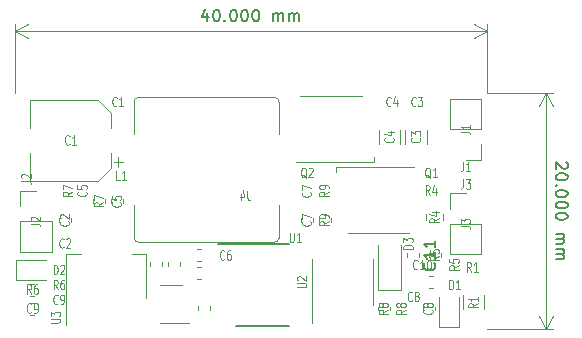
<source format=gbr>
G04 #@! TF.GenerationSoftware,KiCad,Pcbnew,(5.1.2)-2*
G04 #@! TF.CreationDate,2021-10-19T00:11:07+01:00*
G04 #@! TF.ProjectId,HVDCDC,48564443-4443-42e6-9b69-6361645f7063,rev?*
G04 #@! TF.SameCoordinates,Original*
G04 #@! TF.FileFunction,Legend,Top*
G04 #@! TF.FilePolarity,Positive*
%FSLAX46Y46*%
G04 Gerber Fmt 4.6, Leading zero omitted, Abs format (unit mm)*
G04 Created by KiCad (PCBNEW (5.1.2)-2) date 2021-10-19 00:11:07*
%MOMM*%
%LPD*%
G04 APERTURE LIST*
%ADD10C,0.150000*%
%ADD11C,0.120000*%
G04 APERTURE END LIST*
D10*
X158722380Y-65857142D02*
X158770000Y-65904761D01*
X158817619Y-66000000D01*
X158817619Y-66238095D01*
X158770000Y-66333333D01*
X158722380Y-66380952D01*
X158627142Y-66428571D01*
X158531904Y-66428571D01*
X158389047Y-66380952D01*
X157817619Y-65809523D01*
X157817619Y-66428571D01*
X158817619Y-67047619D02*
X158817619Y-67142857D01*
X158770000Y-67238095D01*
X158722380Y-67285714D01*
X158627142Y-67333333D01*
X158436666Y-67380952D01*
X158198571Y-67380952D01*
X158008095Y-67333333D01*
X157912857Y-67285714D01*
X157865238Y-67238095D01*
X157817619Y-67142857D01*
X157817619Y-67047619D01*
X157865238Y-66952380D01*
X157912857Y-66904761D01*
X158008095Y-66857142D01*
X158198571Y-66809523D01*
X158436666Y-66809523D01*
X158627142Y-66857142D01*
X158722380Y-66904761D01*
X158770000Y-66952380D01*
X158817619Y-67047619D01*
X157912857Y-67809523D02*
X157865238Y-67857142D01*
X157817619Y-67809523D01*
X157865238Y-67761904D01*
X157912857Y-67809523D01*
X157817619Y-67809523D01*
X158817619Y-68476190D02*
X158817619Y-68571428D01*
X158770000Y-68666666D01*
X158722380Y-68714285D01*
X158627142Y-68761904D01*
X158436666Y-68809523D01*
X158198571Y-68809523D01*
X158008095Y-68761904D01*
X157912857Y-68714285D01*
X157865238Y-68666666D01*
X157817619Y-68571428D01*
X157817619Y-68476190D01*
X157865238Y-68380952D01*
X157912857Y-68333333D01*
X158008095Y-68285714D01*
X158198571Y-68238095D01*
X158436666Y-68238095D01*
X158627142Y-68285714D01*
X158722380Y-68333333D01*
X158770000Y-68380952D01*
X158817619Y-68476190D01*
X158817619Y-69428571D02*
X158817619Y-69523809D01*
X158770000Y-69619047D01*
X158722380Y-69666666D01*
X158627142Y-69714285D01*
X158436666Y-69761904D01*
X158198571Y-69761904D01*
X158008095Y-69714285D01*
X157912857Y-69666666D01*
X157865238Y-69619047D01*
X157817619Y-69523809D01*
X157817619Y-69428571D01*
X157865238Y-69333333D01*
X157912857Y-69285714D01*
X158008095Y-69238095D01*
X158198571Y-69190476D01*
X158436666Y-69190476D01*
X158627142Y-69238095D01*
X158722380Y-69285714D01*
X158770000Y-69333333D01*
X158817619Y-69428571D01*
X158817619Y-70380952D02*
X158817619Y-70476190D01*
X158770000Y-70571428D01*
X158722380Y-70619047D01*
X158627142Y-70666666D01*
X158436666Y-70714285D01*
X158198571Y-70714285D01*
X158008095Y-70666666D01*
X157912857Y-70619047D01*
X157865238Y-70571428D01*
X157817619Y-70476190D01*
X157817619Y-70380952D01*
X157865238Y-70285714D01*
X157912857Y-70238095D01*
X158008095Y-70190476D01*
X158198571Y-70142857D01*
X158436666Y-70142857D01*
X158627142Y-70190476D01*
X158722380Y-70238095D01*
X158770000Y-70285714D01*
X158817619Y-70380952D01*
X157817619Y-71904761D02*
X158484285Y-71904761D01*
X158389047Y-71904761D02*
X158436666Y-71952380D01*
X158484285Y-72047619D01*
X158484285Y-72190476D01*
X158436666Y-72285714D01*
X158341428Y-72333333D01*
X157817619Y-72333333D01*
X158341428Y-72333333D02*
X158436666Y-72380952D01*
X158484285Y-72476190D01*
X158484285Y-72619047D01*
X158436666Y-72714285D01*
X158341428Y-72761904D01*
X157817619Y-72761904D01*
X157817619Y-73238095D02*
X158484285Y-73238095D01*
X158389047Y-73238095D02*
X158436666Y-73285714D01*
X158484285Y-73380952D01*
X158484285Y-73523809D01*
X158436666Y-73619047D01*
X158341428Y-73666666D01*
X157817619Y-73666666D01*
X158341428Y-73666666D02*
X158436666Y-73714285D01*
X158484285Y-73809523D01*
X158484285Y-73952380D01*
X158436666Y-74047619D01*
X158341428Y-74095238D01*
X157817619Y-74095238D01*
D11*
X157000000Y-60000000D02*
X157000000Y-80000000D01*
X152000000Y-60000000D02*
X157586421Y-60000000D01*
X152000000Y-80000000D02*
X157586421Y-80000000D01*
X157000000Y-80000000D02*
X156413579Y-78873496D01*
X157000000Y-80000000D02*
X157586421Y-78873496D01*
X157000000Y-60000000D02*
X156413579Y-61126504D01*
X157000000Y-60000000D02*
X157586421Y-61126504D01*
D10*
X128333333Y-53265714D02*
X128333333Y-53932380D01*
X128095238Y-52884761D02*
X127857142Y-53599047D01*
X128476190Y-53599047D01*
X129047619Y-52932380D02*
X129142857Y-52932380D01*
X129238095Y-52980000D01*
X129285714Y-53027619D01*
X129333333Y-53122857D01*
X129380952Y-53313333D01*
X129380952Y-53551428D01*
X129333333Y-53741904D01*
X129285714Y-53837142D01*
X129238095Y-53884761D01*
X129142857Y-53932380D01*
X129047619Y-53932380D01*
X128952380Y-53884761D01*
X128904761Y-53837142D01*
X128857142Y-53741904D01*
X128809523Y-53551428D01*
X128809523Y-53313333D01*
X128857142Y-53122857D01*
X128904761Y-53027619D01*
X128952380Y-52980000D01*
X129047619Y-52932380D01*
X129809523Y-53837142D02*
X129857142Y-53884761D01*
X129809523Y-53932380D01*
X129761904Y-53884761D01*
X129809523Y-53837142D01*
X129809523Y-53932380D01*
X130476190Y-52932380D02*
X130571428Y-52932380D01*
X130666666Y-52980000D01*
X130714285Y-53027619D01*
X130761904Y-53122857D01*
X130809523Y-53313333D01*
X130809523Y-53551428D01*
X130761904Y-53741904D01*
X130714285Y-53837142D01*
X130666666Y-53884761D01*
X130571428Y-53932380D01*
X130476190Y-53932380D01*
X130380952Y-53884761D01*
X130333333Y-53837142D01*
X130285714Y-53741904D01*
X130238095Y-53551428D01*
X130238095Y-53313333D01*
X130285714Y-53122857D01*
X130333333Y-53027619D01*
X130380952Y-52980000D01*
X130476190Y-52932380D01*
X131428571Y-52932380D02*
X131523809Y-52932380D01*
X131619047Y-52980000D01*
X131666666Y-53027619D01*
X131714285Y-53122857D01*
X131761904Y-53313333D01*
X131761904Y-53551428D01*
X131714285Y-53741904D01*
X131666666Y-53837142D01*
X131619047Y-53884761D01*
X131523809Y-53932380D01*
X131428571Y-53932380D01*
X131333333Y-53884761D01*
X131285714Y-53837142D01*
X131238095Y-53741904D01*
X131190476Y-53551428D01*
X131190476Y-53313333D01*
X131238095Y-53122857D01*
X131285714Y-53027619D01*
X131333333Y-52980000D01*
X131428571Y-52932380D01*
X132380952Y-52932380D02*
X132476190Y-52932380D01*
X132571428Y-52980000D01*
X132619047Y-53027619D01*
X132666666Y-53122857D01*
X132714285Y-53313333D01*
X132714285Y-53551428D01*
X132666666Y-53741904D01*
X132619047Y-53837142D01*
X132571428Y-53884761D01*
X132476190Y-53932380D01*
X132380952Y-53932380D01*
X132285714Y-53884761D01*
X132238095Y-53837142D01*
X132190476Y-53741904D01*
X132142857Y-53551428D01*
X132142857Y-53313333D01*
X132190476Y-53122857D01*
X132238095Y-53027619D01*
X132285714Y-52980000D01*
X132380952Y-52932380D01*
X133904761Y-53932380D02*
X133904761Y-53265714D01*
X133904761Y-53360952D02*
X133952380Y-53313333D01*
X134047619Y-53265714D01*
X134190476Y-53265714D01*
X134285714Y-53313333D01*
X134333333Y-53408571D01*
X134333333Y-53932380D01*
X134333333Y-53408571D02*
X134380952Y-53313333D01*
X134476190Y-53265714D01*
X134619047Y-53265714D01*
X134714285Y-53313333D01*
X134761904Y-53408571D01*
X134761904Y-53932380D01*
X135238095Y-53932380D02*
X135238095Y-53265714D01*
X135238095Y-53360952D02*
X135285714Y-53313333D01*
X135380952Y-53265714D01*
X135523809Y-53265714D01*
X135619047Y-53313333D01*
X135666666Y-53408571D01*
X135666666Y-53932380D01*
X135666666Y-53408571D02*
X135714285Y-53313333D01*
X135809523Y-53265714D01*
X135952380Y-53265714D01*
X136047619Y-53313333D01*
X136095238Y-53408571D01*
X136095238Y-53932380D01*
D11*
X112000000Y-54750000D02*
X152000000Y-54750000D01*
X112000000Y-60000000D02*
X112000000Y-54163579D01*
X152000000Y-60000000D02*
X152000000Y-54163579D01*
X152000000Y-54750000D02*
X150873496Y-55336421D01*
X152000000Y-54750000D02*
X150873496Y-54163579D01*
X112000000Y-54750000D02*
X113126504Y-55336421D01*
X112000000Y-54750000D02*
X113126504Y-54163579D01*
X127490000Y-78037221D02*
X127490000Y-78362779D01*
X128510000Y-78037221D02*
X128510000Y-78362779D01*
X127762779Y-74740000D02*
X127437221Y-74740000D01*
X127762779Y-75760000D02*
X127437221Y-75760000D01*
X145240000Y-73587221D02*
X145240000Y-73912779D01*
X146260000Y-73587221D02*
X146260000Y-73912779D01*
X147087221Y-76510000D02*
X147412779Y-76510000D01*
X147087221Y-75490000D02*
X147412779Y-75490000D01*
X113662779Y-77740000D02*
X113337221Y-77740000D01*
X113662779Y-78760000D02*
X113337221Y-78760000D01*
X127762779Y-73240000D02*
X127437221Y-73240000D01*
X127762779Y-74260000D02*
X127437221Y-74260000D01*
X138760000Y-70912779D02*
X138760000Y-70587221D01*
X137740000Y-70912779D02*
X137740000Y-70587221D01*
X143760000Y-78412779D02*
X143760000Y-78087221D01*
X142740000Y-78412779D02*
X142740000Y-78087221D01*
X142750000Y-76700000D02*
X142750000Y-72850000D01*
X144750000Y-76700000D02*
X144750000Y-72850000D01*
X142750000Y-76700000D02*
X144750000Y-76700000D01*
X118640000Y-68987221D02*
X118640000Y-69312779D01*
X119660000Y-68987221D02*
X119660000Y-69312779D01*
X113337221Y-77160000D02*
X113662779Y-77160000D01*
X113337221Y-76140000D02*
X113662779Y-76140000D01*
X112150000Y-74100000D02*
X114700000Y-74100000D01*
X112150000Y-75800000D02*
X114700000Y-75800000D01*
X112150000Y-74100000D02*
X112150000Y-75800000D01*
X120140000Y-68987221D02*
X120140000Y-69312779D01*
X121160000Y-68987221D02*
X121160000Y-69312779D01*
X115740000Y-70587221D02*
X115740000Y-70912779D01*
X116760000Y-70587221D02*
X116760000Y-70912779D01*
X147560000Y-78412779D02*
X147560000Y-78087221D01*
X146540000Y-78412779D02*
X146540000Y-78087221D01*
X137260000Y-70912779D02*
X137260000Y-70587221D01*
X136240000Y-70912779D02*
X136240000Y-70587221D01*
X147900000Y-79850000D02*
X147900000Y-77300000D01*
X149600000Y-79850000D02*
X149600000Y-77300000D01*
X147900000Y-79850000D02*
X149600000Y-79850000D01*
X148870000Y-68470000D02*
X150200000Y-68470000D01*
X148870000Y-69800000D02*
X148870000Y-68470000D01*
X148870000Y-71070000D02*
X151530000Y-71070000D01*
X151530000Y-71070000D02*
X151530000Y-73670000D01*
X148870000Y-71070000D02*
X148870000Y-73670000D01*
X148870000Y-73670000D02*
X151530000Y-73670000D01*
X112470000Y-68270000D02*
X113800000Y-68270000D01*
X112470000Y-69600000D02*
X112470000Y-68270000D01*
X112470000Y-70870000D02*
X115130000Y-70870000D01*
X115130000Y-70870000D02*
X115130000Y-73470000D01*
X112470000Y-70870000D02*
X112470000Y-73470000D01*
X112470000Y-73470000D02*
X115130000Y-73470000D01*
X151530000Y-65680000D02*
X150200000Y-65680000D01*
X151530000Y-64350000D02*
X151530000Y-65680000D01*
X151530000Y-63080000D02*
X148870000Y-63080000D01*
X148870000Y-63080000D02*
X148870000Y-60480000D01*
X151530000Y-63080000D02*
X151530000Y-60480000D01*
X151530000Y-60480000D02*
X148870000Y-60480000D01*
X148110000Y-73862779D02*
X148110000Y-73537221D01*
X147090000Y-73862779D02*
X147090000Y-73537221D01*
X137190000Y-76000000D02*
X137190000Y-79450000D01*
X137190000Y-76000000D02*
X137190000Y-74050000D01*
X142310000Y-76000000D02*
X142310000Y-77950000D01*
X142310000Y-76000000D02*
X142310000Y-74050000D01*
X146840000Y-70241422D02*
X146840000Y-70758578D01*
X148260000Y-70241422D02*
X148260000Y-70758578D01*
X123490000Y-74337221D02*
X123490000Y-74662779D01*
X124510000Y-74337221D02*
X124510000Y-74662779D01*
X126010000Y-74662779D02*
X126010000Y-74337221D01*
X124990000Y-74662779D02*
X124990000Y-74337221D01*
X149940000Y-77097936D02*
X149940000Y-78302064D01*
X151760000Y-77097936D02*
X151760000Y-78302064D01*
X144660000Y-64302064D02*
X144660000Y-63097936D01*
X142840000Y-64302064D02*
X142840000Y-63097936D01*
X124350000Y-79510000D02*
X126800000Y-79510000D01*
X126150000Y-76290000D02*
X124350000Y-76290000D01*
D10*
X129250000Y-72800000D02*
X135225000Y-72800000D01*
X130775000Y-79700000D02*
X135225000Y-79700000D01*
D11*
X116340000Y-79600000D02*
X116340000Y-73590000D01*
X123160000Y-77350000D02*
X123160000Y-73590000D01*
X116340000Y-73590000D02*
X117600000Y-73590000D01*
X123160000Y-73590000D02*
X121900000Y-73590000D01*
X120793750Y-66241250D02*
X120793750Y-65453750D01*
X121187500Y-65847500D02*
X120400000Y-65847500D01*
X120160000Y-61654437D02*
X119095563Y-60590000D01*
X120160000Y-66345563D02*
X119095563Y-67410000D01*
X120160000Y-66345563D02*
X120160000Y-65060000D01*
X120160000Y-61654437D02*
X120160000Y-62940000D01*
X119095563Y-60590000D02*
X113340000Y-60590000D01*
X119095563Y-67410000D02*
X113340000Y-67410000D01*
X113340000Y-67410000D02*
X113340000Y-65060000D01*
X113340000Y-60590000D02*
X113340000Y-62940000D01*
X146910000Y-64302064D02*
X146910000Y-63097936D01*
X145090000Y-64302064D02*
X145090000Y-63097936D01*
X122500000Y-72650000D02*
G75*
G02X122100000Y-72250000I0J400000D01*
G01*
X122100000Y-60750000D02*
G75*
G02X122500000Y-60350000I400000J0D01*
G01*
X134000000Y-60350000D02*
G75*
G02X134400000Y-60750000I0J-400000D01*
G01*
X134400000Y-72250000D02*
G75*
G02X134000000Y-72650000I-400000J0D01*
G01*
X122100000Y-63500000D02*
X122100000Y-60750000D01*
X134400000Y-63500000D02*
X134400000Y-60750000D01*
X122100000Y-72250000D02*
X122100000Y-69500000D01*
X122500000Y-60350000D02*
X134000000Y-60350000D01*
X134400000Y-72250000D02*
X134400000Y-69500000D01*
X134000000Y-72650000D02*
X122500000Y-72650000D01*
X136200000Y-60250000D02*
X141400000Y-60250000D01*
X135800000Y-65850000D02*
X142400000Y-65850000D01*
X142400000Y-65850000D02*
X142400000Y-65450000D01*
X145400000Y-71850000D02*
X140200000Y-71850000D01*
X145800000Y-66250000D02*
X139200000Y-66250000D01*
X139200000Y-66250000D02*
X139200000Y-66650000D01*
D10*
X147537142Y-74392857D02*
X147584761Y-74440476D01*
X147632380Y-74583333D01*
X147632380Y-74678571D01*
X147584761Y-74821428D01*
X147489523Y-74916666D01*
X147394285Y-74964285D01*
X147203809Y-75011904D01*
X147060952Y-75011904D01*
X146870476Y-74964285D01*
X146775238Y-74916666D01*
X146680000Y-74821428D01*
X146632380Y-74678571D01*
X146632380Y-74583333D01*
X146680000Y-74440476D01*
X146727619Y-74392857D01*
X147632380Y-73440476D02*
X147632380Y-74011904D01*
X147632380Y-73726190D02*
X146632380Y-73726190D01*
X146775238Y-73821428D01*
X146870476Y-73916666D01*
X146918095Y-74011904D01*
X147632380Y-72488095D02*
X147632380Y-73059523D01*
X147632380Y-72773809D02*
X146632380Y-72773809D01*
X146775238Y-72869047D01*
X146870476Y-72964285D01*
X146918095Y-73059523D01*
D11*
X146114285Y-74855714D02*
X146085714Y-74893809D01*
X146000000Y-74931904D01*
X145942857Y-74931904D01*
X145857142Y-74893809D01*
X145800000Y-74817619D01*
X145771428Y-74741428D01*
X145742857Y-74589047D01*
X145742857Y-74474761D01*
X145771428Y-74322380D01*
X145800000Y-74246190D01*
X145857142Y-74170000D01*
X145942857Y-74131904D01*
X146000000Y-74131904D01*
X146085714Y-74170000D01*
X146114285Y-74208095D01*
X146685714Y-74931904D02*
X146342857Y-74931904D01*
X146514285Y-74931904D02*
X146514285Y-74131904D01*
X146457142Y-74246190D01*
X146400000Y-74322380D01*
X146342857Y-74360476D01*
X147057142Y-74131904D02*
X147114285Y-74131904D01*
X147171428Y-74170000D01*
X147200000Y-74208095D01*
X147228571Y-74284285D01*
X147257142Y-74436666D01*
X147257142Y-74627142D01*
X147228571Y-74779523D01*
X147200000Y-74855714D01*
X147171428Y-74893809D01*
X147114285Y-74931904D01*
X147057142Y-74931904D01*
X147000000Y-74893809D01*
X146971428Y-74855714D01*
X146942857Y-74779523D01*
X146914285Y-74627142D01*
X146914285Y-74436666D01*
X146942857Y-74284285D01*
X146971428Y-74208095D01*
X147000000Y-74170000D01*
X147057142Y-74131904D01*
X115650000Y-77785714D02*
X115621428Y-77823809D01*
X115535714Y-77861904D01*
X115478571Y-77861904D01*
X115392857Y-77823809D01*
X115335714Y-77747619D01*
X115307142Y-77671428D01*
X115278571Y-77519047D01*
X115278571Y-77404761D01*
X115307142Y-77252380D01*
X115335714Y-77176190D01*
X115392857Y-77100000D01*
X115478571Y-77061904D01*
X115535714Y-77061904D01*
X115621428Y-77100000D01*
X115650000Y-77138095D01*
X115935714Y-77861904D02*
X116050000Y-77861904D01*
X116107142Y-77823809D01*
X116135714Y-77785714D01*
X116192857Y-77671428D01*
X116221428Y-77519047D01*
X116221428Y-77214285D01*
X116192857Y-77138095D01*
X116164285Y-77100000D01*
X116107142Y-77061904D01*
X115992857Y-77061904D01*
X115935714Y-77100000D01*
X115907142Y-77138095D01*
X115878571Y-77214285D01*
X115878571Y-77404761D01*
X115907142Y-77480952D01*
X115935714Y-77519047D01*
X115992857Y-77557142D01*
X116107142Y-77557142D01*
X116164285Y-77519047D01*
X116192857Y-77480952D01*
X116221428Y-77404761D01*
X113400000Y-78535714D02*
X113371428Y-78573809D01*
X113285714Y-78611904D01*
X113228571Y-78611904D01*
X113142857Y-78573809D01*
X113085714Y-78497619D01*
X113057142Y-78421428D01*
X113028571Y-78269047D01*
X113028571Y-78154761D01*
X113057142Y-78002380D01*
X113085714Y-77926190D01*
X113142857Y-77850000D01*
X113228571Y-77811904D01*
X113285714Y-77811904D01*
X113371428Y-77850000D01*
X113400000Y-77888095D01*
X113685714Y-78611904D02*
X113800000Y-78611904D01*
X113857142Y-78573809D01*
X113885714Y-78535714D01*
X113942857Y-78421428D01*
X113971428Y-78269047D01*
X113971428Y-77964285D01*
X113942857Y-77888095D01*
X113914285Y-77850000D01*
X113857142Y-77811904D01*
X113742857Y-77811904D01*
X113685714Y-77850000D01*
X113657142Y-77888095D01*
X113628571Y-77964285D01*
X113628571Y-78154761D01*
X113657142Y-78230952D01*
X113685714Y-78269047D01*
X113742857Y-78307142D01*
X113857142Y-78307142D01*
X113914285Y-78269047D01*
X113942857Y-78230952D01*
X113971428Y-78154761D01*
X129750000Y-74035714D02*
X129721428Y-74073809D01*
X129635714Y-74111904D01*
X129578571Y-74111904D01*
X129492857Y-74073809D01*
X129435714Y-73997619D01*
X129407142Y-73921428D01*
X129378571Y-73769047D01*
X129378571Y-73654761D01*
X129407142Y-73502380D01*
X129435714Y-73426190D01*
X129492857Y-73350000D01*
X129578571Y-73311904D01*
X129635714Y-73311904D01*
X129721428Y-73350000D01*
X129750000Y-73388095D01*
X130264285Y-73311904D02*
X130150000Y-73311904D01*
X130092857Y-73350000D01*
X130064285Y-73388095D01*
X130007142Y-73502380D01*
X129978571Y-73654761D01*
X129978571Y-73959523D01*
X130007142Y-74035714D01*
X130035714Y-74073809D01*
X130092857Y-74111904D01*
X130207142Y-74111904D01*
X130264285Y-74073809D01*
X130292857Y-74035714D01*
X130321428Y-73959523D01*
X130321428Y-73769047D01*
X130292857Y-73692857D01*
X130264285Y-73654761D01*
X130207142Y-73616666D01*
X130092857Y-73616666D01*
X130035714Y-73654761D01*
X130007142Y-73692857D01*
X129978571Y-73769047D01*
X138611904Y-68350000D02*
X138230952Y-68550000D01*
X138611904Y-68692857D02*
X137811904Y-68692857D01*
X137811904Y-68464285D01*
X137850000Y-68407142D01*
X137888095Y-68378571D01*
X137964285Y-68350000D01*
X138078571Y-68350000D01*
X138154761Y-68378571D01*
X138192857Y-68407142D01*
X138230952Y-68464285D01*
X138230952Y-68692857D01*
X138611904Y-68064285D02*
X138611904Y-67950000D01*
X138573809Y-67892857D01*
X138535714Y-67864285D01*
X138421428Y-67807142D01*
X138269047Y-67778571D01*
X137964285Y-67778571D01*
X137888095Y-67807142D01*
X137850000Y-67835714D01*
X137811904Y-67892857D01*
X137811904Y-68007142D01*
X137850000Y-68064285D01*
X137888095Y-68092857D01*
X137964285Y-68121428D01*
X138154761Y-68121428D01*
X138230952Y-68092857D01*
X138269047Y-68064285D01*
X138307142Y-68007142D01*
X138307142Y-67892857D01*
X138269047Y-67835714D01*
X138230952Y-67807142D01*
X138154761Y-67778571D01*
X138611904Y-70850000D02*
X138230952Y-71050000D01*
X138611904Y-71192857D02*
X137811904Y-71192857D01*
X137811904Y-70964285D01*
X137850000Y-70907142D01*
X137888095Y-70878571D01*
X137964285Y-70850000D01*
X138078571Y-70850000D01*
X138154761Y-70878571D01*
X138192857Y-70907142D01*
X138230952Y-70964285D01*
X138230952Y-71192857D01*
X138611904Y-70564285D02*
X138611904Y-70450000D01*
X138573809Y-70392857D01*
X138535714Y-70364285D01*
X138421428Y-70307142D01*
X138269047Y-70278571D01*
X137964285Y-70278571D01*
X137888095Y-70307142D01*
X137850000Y-70335714D01*
X137811904Y-70392857D01*
X137811904Y-70507142D01*
X137850000Y-70564285D01*
X137888095Y-70592857D01*
X137964285Y-70621428D01*
X138154761Y-70621428D01*
X138230952Y-70592857D01*
X138269047Y-70564285D01*
X138307142Y-70507142D01*
X138307142Y-70392857D01*
X138269047Y-70335714D01*
X138230952Y-70307142D01*
X138154761Y-70278571D01*
X145111904Y-78350000D02*
X144730952Y-78550000D01*
X145111904Y-78692857D02*
X144311904Y-78692857D01*
X144311904Y-78464285D01*
X144350000Y-78407142D01*
X144388095Y-78378571D01*
X144464285Y-78350000D01*
X144578571Y-78350000D01*
X144654761Y-78378571D01*
X144692857Y-78407142D01*
X144730952Y-78464285D01*
X144730952Y-78692857D01*
X144654761Y-78007142D02*
X144616666Y-78064285D01*
X144578571Y-78092857D01*
X144502380Y-78121428D01*
X144464285Y-78121428D01*
X144388095Y-78092857D01*
X144350000Y-78064285D01*
X144311904Y-78007142D01*
X144311904Y-77892857D01*
X144350000Y-77835714D01*
X144388095Y-77807142D01*
X144464285Y-77778571D01*
X144502380Y-77778571D01*
X144578571Y-77807142D01*
X144616666Y-77835714D01*
X144654761Y-77892857D01*
X144654761Y-78007142D01*
X144692857Y-78064285D01*
X144730952Y-78092857D01*
X144807142Y-78121428D01*
X144959523Y-78121428D01*
X145035714Y-78092857D01*
X145073809Y-78064285D01*
X145111904Y-78007142D01*
X145111904Y-77892857D01*
X145073809Y-77835714D01*
X145035714Y-77807142D01*
X144959523Y-77778571D01*
X144807142Y-77778571D01*
X144730952Y-77807142D01*
X144692857Y-77835714D01*
X144654761Y-77892857D01*
X143611904Y-78350000D02*
X143230952Y-78550000D01*
X143611904Y-78692857D02*
X142811904Y-78692857D01*
X142811904Y-78464285D01*
X142850000Y-78407142D01*
X142888095Y-78378571D01*
X142964285Y-78350000D01*
X143078571Y-78350000D01*
X143154761Y-78378571D01*
X143192857Y-78407142D01*
X143230952Y-78464285D01*
X143230952Y-78692857D01*
X143154761Y-78007142D02*
X143116666Y-78064285D01*
X143078571Y-78092857D01*
X143002380Y-78121428D01*
X142964285Y-78121428D01*
X142888095Y-78092857D01*
X142850000Y-78064285D01*
X142811904Y-78007142D01*
X142811904Y-77892857D01*
X142850000Y-77835714D01*
X142888095Y-77807142D01*
X142964285Y-77778571D01*
X143002380Y-77778571D01*
X143078571Y-77807142D01*
X143116666Y-77835714D01*
X143154761Y-77892857D01*
X143154761Y-78007142D01*
X143192857Y-78064285D01*
X143230952Y-78092857D01*
X143307142Y-78121428D01*
X143459523Y-78121428D01*
X143535714Y-78092857D01*
X143573809Y-78064285D01*
X143611904Y-78007142D01*
X143611904Y-77892857D01*
X143573809Y-77835714D01*
X143535714Y-77807142D01*
X143459523Y-77778571D01*
X143307142Y-77778571D01*
X143230952Y-77807142D01*
X143192857Y-77835714D01*
X143154761Y-77892857D01*
X131700000Y-68261904D02*
X131700000Y-68833333D01*
X131728571Y-68947619D01*
X131785714Y-69023809D01*
X131871428Y-69061904D01*
X131928571Y-69061904D01*
X131157142Y-68528571D02*
X131157142Y-69061904D01*
X131300000Y-68223809D02*
X131442857Y-68795238D01*
X131071428Y-68795238D01*
X145711904Y-73192857D02*
X144911904Y-73192857D01*
X144911904Y-73050000D01*
X144950000Y-72964285D01*
X145026190Y-72907142D01*
X145102380Y-72878571D01*
X145254761Y-72850000D01*
X145369047Y-72850000D01*
X145521428Y-72878571D01*
X145597619Y-72907142D01*
X145673809Y-72964285D01*
X145711904Y-73050000D01*
X145711904Y-73192857D01*
X144911904Y-72650000D02*
X144911904Y-72278571D01*
X145216666Y-72478571D01*
X145216666Y-72392857D01*
X145254761Y-72335714D01*
X145292857Y-72307142D01*
X145369047Y-72278571D01*
X145559523Y-72278571D01*
X145635714Y-72307142D01*
X145673809Y-72335714D01*
X145711904Y-72392857D01*
X145711904Y-72564285D01*
X145673809Y-72621428D01*
X145635714Y-72650000D01*
X116861904Y-68350000D02*
X116480952Y-68550000D01*
X116861904Y-68692857D02*
X116061904Y-68692857D01*
X116061904Y-68464285D01*
X116100000Y-68407142D01*
X116138095Y-68378571D01*
X116214285Y-68350000D01*
X116328571Y-68350000D01*
X116404761Y-68378571D01*
X116442857Y-68407142D01*
X116480952Y-68464285D01*
X116480952Y-68692857D01*
X116061904Y-68150000D02*
X116061904Y-67750000D01*
X116861904Y-68007142D01*
X119511904Y-69250000D02*
X119130952Y-69450000D01*
X119511904Y-69592857D02*
X118711904Y-69592857D01*
X118711904Y-69364285D01*
X118750000Y-69307142D01*
X118788095Y-69278571D01*
X118864285Y-69250000D01*
X118978571Y-69250000D01*
X119054761Y-69278571D01*
X119092857Y-69307142D01*
X119130952Y-69364285D01*
X119130952Y-69592857D01*
X118711904Y-69050000D02*
X118711904Y-68650000D01*
X119511904Y-68907142D01*
X115650000Y-76611904D02*
X115450000Y-76230952D01*
X115307142Y-76611904D02*
X115307142Y-75811904D01*
X115535714Y-75811904D01*
X115592857Y-75850000D01*
X115621428Y-75888095D01*
X115650000Y-75964285D01*
X115650000Y-76078571D01*
X115621428Y-76154761D01*
X115592857Y-76192857D01*
X115535714Y-76230952D01*
X115307142Y-76230952D01*
X116164285Y-75811904D02*
X116050000Y-75811904D01*
X115992857Y-75850000D01*
X115964285Y-75888095D01*
X115907142Y-76002380D01*
X115878571Y-76154761D01*
X115878571Y-76459523D01*
X115907142Y-76535714D01*
X115935714Y-76573809D01*
X115992857Y-76611904D01*
X116107142Y-76611904D01*
X116164285Y-76573809D01*
X116192857Y-76535714D01*
X116221428Y-76459523D01*
X116221428Y-76269047D01*
X116192857Y-76192857D01*
X116164285Y-76154761D01*
X116107142Y-76116666D01*
X115992857Y-76116666D01*
X115935714Y-76154761D01*
X115907142Y-76192857D01*
X115878571Y-76269047D01*
X113400000Y-77011904D02*
X113200000Y-76630952D01*
X113057142Y-77011904D02*
X113057142Y-76211904D01*
X113285714Y-76211904D01*
X113342857Y-76250000D01*
X113371428Y-76288095D01*
X113400000Y-76364285D01*
X113400000Y-76478571D01*
X113371428Y-76554761D01*
X113342857Y-76592857D01*
X113285714Y-76630952D01*
X113057142Y-76630952D01*
X113914285Y-76211904D02*
X113800000Y-76211904D01*
X113742857Y-76250000D01*
X113714285Y-76288095D01*
X113657142Y-76402380D01*
X113628571Y-76554761D01*
X113628571Y-76859523D01*
X113657142Y-76935714D01*
X113685714Y-76973809D01*
X113742857Y-77011904D01*
X113857142Y-77011904D01*
X113914285Y-76973809D01*
X113942857Y-76935714D01*
X113971428Y-76859523D01*
X113971428Y-76669047D01*
X113942857Y-76592857D01*
X113914285Y-76554761D01*
X113857142Y-76516666D01*
X113742857Y-76516666D01*
X113685714Y-76554761D01*
X113657142Y-76592857D01*
X113628571Y-76669047D01*
X115307142Y-75361904D02*
X115307142Y-74561904D01*
X115450000Y-74561904D01*
X115535714Y-74600000D01*
X115592857Y-74676190D01*
X115621428Y-74752380D01*
X115650000Y-74904761D01*
X115650000Y-75019047D01*
X115621428Y-75171428D01*
X115592857Y-75247619D01*
X115535714Y-75323809D01*
X115450000Y-75361904D01*
X115307142Y-75361904D01*
X115878571Y-74638095D02*
X115907142Y-74600000D01*
X115964285Y-74561904D01*
X116107142Y-74561904D01*
X116164285Y-74600000D01*
X116192857Y-74638095D01*
X116221428Y-74714285D01*
X116221428Y-74790476D01*
X116192857Y-74904761D01*
X115850000Y-75361904D01*
X116221428Y-75361904D01*
X118035714Y-68350000D02*
X118073809Y-68378571D01*
X118111904Y-68464285D01*
X118111904Y-68521428D01*
X118073809Y-68607142D01*
X117997619Y-68664285D01*
X117921428Y-68692857D01*
X117769047Y-68721428D01*
X117654761Y-68721428D01*
X117502380Y-68692857D01*
X117426190Y-68664285D01*
X117350000Y-68607142D01*
X117311904Y-68521428D01*
X117311904Y-68464285D01*
X117350000Y-68378571D01*
X117388095Y-68350000D01*
X117311904Y-67807142D02*
X117311904Y-68092857D01*
X117692857Y-68121428D01*
X117654761Y-68092857D01*
X117616666Y-68035714D01*
X117616666Y-67892857D01*
X117654761Y-67835714D01*
X117692857Y-67807142D01*
X117769047Y-67778571D01*
X117959523Y-67778571D01*
X118035714Y-67807142D01*
X118073809Y-67835714D01*
X118111904Y-67892857D01*
X118111904Y-68035714D01*
X118073809Y-68092857D01*
X118035714Y-68121428D01*
X120935714Y-69250000D02*
X120973809Y-69278571D01*
X121011904Y-69364285D01*
X121011904Y-69421428D01*
X120973809Y-69507142D01*
X120897619Y-69564285D01*
X120821428Y-69592857D01*
X120669047Y-69621428D01*
X120554761Y-69621428D01*
X120402380Y-69592857D01*
X120326190Y-69564285D01*
X120250000Y-69507142D01*
X120211904Y-69421428D01*
X120211904Y-69364285D01*
X120250000Y-69278571D01*
X120288095Y-69250000D01*
X120211904Y-68707142D02*
X120211904Y-68992857D01*
X120592857Y-69021428D01*
X120554761Y-68992857D01*
X120516666Y-68935714D01*
X120516666Y-68792857D01*
X120554761Y-68735714D01*
X120592857Y-68707142D01*
X120669047Y-68678571D01*
X120859523Y-68678571D01*
X120935714Y-68707142D01*
X120973809Y-68735714D01*
X121011904Y-68792857D01*
X121011904Y-68935714D01*
X120973809Y-68992857D01*
X120935714Y-69021428D01*
X116150000Y-73035714D02*
X116121428Y-73073809D01*
X116035714Y-73111904D01*
X115978571Y-73111904D01*
X115892857Y-73073809D01*
X115835714Y-72997619D01*
X115807142Y-72921428D01*
X115778571Y-72769047D01*
X115778571Y-72654761D01*
X115807142Y-72502380D01*
X115835714Y-72426190D01*
X115892857Y-72350000D01*
X115978571Y-72311904D01*
X116035714Y-72311904D01*
X116121428Y-72350000D01*
X116150000Y-72388095D01*
X116378571Y-72388095D02*
X116407142Y-72350000D01*
X116464285Y-72311904D01*
X116607142Y-72311904D01*
X116664285Y-72350000D01*
X116692857Y-72388095D01*
X116721428Y-72464285D01*
X116721428Y-72540476D01*
X116692857Y-72654761D01*
X116350000Y-73111904D01*
X116721428Y-73111904D01*
X116535714Y-70850000D02*
X116573809Y-70878571D01*
X116611904Y-70964285D01*
X116611904Y-71021428D01*
X116573809Y-71107142D01*
X116497619Y-71164285D01*
X116421428Y-71192857D01*
X116269047Y-71221428D01*
X116154761Y-71221428D01*
X116002380Y-71192857D01*
X115926190Y-71164285D01*
X115850000Y-71107142D01*
X115811904Y-71021428D01*
X115811904Y-70964285D01*
X115850000Y-70878571D01*
X115888095Y-70850000D01*
X115888095Y-70621428D02*
X115850000Y-70592857D01*
X115811904Y-70535714D01*
X115811904Y-70392857D01*
X115850000Y-70335714D01*
X115888095Y-70307142D01*
X115964285Y-70278571D01*
X116040476Y-70278571D01*
X116154761Y-70307142D01*
X116611904Y-70650000D01*
X116611904Y-70278571D01*
X145650000Y-77535714D02*
X145621428Y-77573809D01*
X145535714Y-77611904D01*
X145478571Y-77611904D01*
X145392857Y-77573809D01*
X145335714Y-77497619D01*
X145307142Y-77421428D01*
X145278571Y-77269047D01*
X145278571Y-77154761D01*
X145307142Y-77002380D01*
X145335714Y-76926190D01*
X145392857Y-76850000D01*
X145478571Y-76811904D01*
X145535714Y-76811904D01*
X145621428Y-76850000D01*
X145650000Y-76888095D01*
X145992857Y-77154761D02*
X145935714Y-77116666D01*
X145907142Y-77078571D01*
X145878571Y-77002380D01*
X145878571Y-76964285D01*
X145907142Y-76888095D01*
X145935714Y-76850000D01*
X145992857Y-76811904D01*
X146107142Y-76811904D01*
X146164285Y-76850000D01*
X146192857Y-76888095D01*
X146221428Y-76964285D01*
X146221428Y-77002380D01*
X146192857Y-77078571D01*
X146164285Y-77116666D01*
X146107142Y-77154761D01*
X145992857Y-77154761D01*
X145935714Y-77192857D01*
X145907142Y-77230952D01*
X145878571Y-77307142D01*
X145878571Y-77459523D01*
X145907142Y-77535714D01*
X145935714Y-77573809D01*
X145992857Y-77611904D01*
X146107142Y-77611904D01*
X146164285Y-77573809D01*
X146192857Y-77535714D01*
X146221428Y-77459523D01*
X146221428Y-77307142D01*
X146192857Y-77230952D01*
X146164285Y-77192857D01*
X146107142Y-77154761D01*
X147335714Y-78350000D02*
X147373809Y-78378571D01*
X147411904Y-78464285D01*
X147411904Y-78521428D01*
X147373809Y-78607142D01*
X147297619Y-78664285D01*
X147221428Y-78692857D01*
X147069047Y-78721428D01*
X146954761Y-78721428D01*
X146802380Y-78692857D01*
X146726190Y-78664285D01*
X146650000Y-78607142D01*
X146611904Y-78521428D01*
X146611904Y-78464285D01*
X146650000Y-78378571D01*
X146688095Y-78350000D01*
X146954761Y-78007142D02*
X146916666Y-78064285D01*
X146878571Y-78092857D01*
X146802380Y-78121428D01*
X146764285Y-78121428D01*
X146688095Y-78092857D01*
X146650000Y-78064285D01*
X146611904Y-78007142D01*
X146611904Y-77892857D01*
X146650000Y-77835714D01*
X146688095Y-77807142D01*
X146764285Y-77778571D01*
X146802380Y-77778571D01*
X146878571Y-77807142D01*
X146916666Y-77835714D01*
X146954761Y-77892857D01*
X146954761Y-78007142D01*
X146992857Y-78064285D01*
X147030952Y-78092857D01*
X147107142Y-78121428D01*
X147259523Y-78121428D01*
X147335714Y-78092857D01*
X147373809Y-78064285D01*
X147411904Y-78007142D01*
X147411904Y-77892857D01*
X147373809Y-77835714D01*
X147335714Y-77807142D01*
X147259523Y-77778571D01*
X147107142Y-77778571D01*
X147030952Y-77807142D01*
X146992857Y-77835714D01*
X146954761Y-77892857D01*
X137035714Y-68400000D02*
X137073809Y-68428571D01*
X137111904Y-68514285D01*
X137111904Y-68571428D01*
X137073809Y-68657142D01*
X136997619Y-68714285D01*
X136921428Y-68742857D01*
X136769047Y-68771428D01*
X136654761Y-68771428D01*
X136502380Y-68742857D01*
X136426190Y-68714285D01*
X136350000Y-68657142D01*
X136311904Y-68571428D01*
X136311904Y-68514285D01*
X136350000Y-68428571D01*
X136388095Y-68400000D01*
X136311904Y-68200000D02*
X136311904Y-67800000D01*
X137111904Y-68057142D01*
X137035714Y-70850000D02*
X137073809Y-70878571D01*
X137111904Y-70964285D01*
X137111904Y-71021428D01*
X137073809Y-71107142D01*
X136997619Y-71164285D01*
X136921428Y-71192857D01*
X136769047Y-71221428D01*
X136654761Y-71221428D01*
X136502380Y-71192857D01*
X136426190Y-71164285D01*
X136350000Y-71107142D01*
X136311904Y-71021428D01*
X136311904Y-70964285D01*
X136350000Y-70878571D01*
X136388095Y-70850000D01*
X136311904Y-70650000D02*
X136311904Y-70250000D01*
X137111904Y-70507142D01*
X148807142Y-76611904D02*
X148807142Y-75811904D01*
X148950000Y-75811904D01*
X149035714Y-75850000D01*
X149092857Y-75926190D01*
X149121428Y-76002380D01*
X149150000Y-76154761D01*
X149150000Y-76269047D01*
X149121428Y-76421428D01*
X149092857Y-76497619D01*
X149035714Y-76573809D01*
X148950000Y-76611904D01*
X148807142Y-76611904D01*
X149721428Y-76611904D02*
X149378571Y-76611904D01*
X149550000Y-76611904D02*
X149550000Y-75811904D01*
X149492857Y-75926190D01*
X149435714Y-76002380D01*
X149378571Y-76040476D01*
X150000000Y-67311904D02*
X150000000Y-67883333D01*
X149971428Y-67997619D01*
X149914285Y-68073809D01*
X149828571Y-68111904D01*
X149771428Y-68111904D01*
X150228571Y-67311904D02*
X150600000Y-67311904D01*
X150400000Y-67616666D01*
X150485714Y-67616666D01*
X150542857Y-67654761D01*
X150571428Y-67692857D01*
X150600000Y-67769047D01*
X150600000Y-67959523D01*
X150571428Y-68035714D01*
X150542857Y-68073809D01*
X150485714Y-68111904D01*
X150314285Y-68111904D01*
X150257142Y-68073809D01*
X150228571Y-68035714D01*
X149761904Y-71270000D02*
X150333333Y-71270000D01*
X150447619Y-71298571D01*
X150523809Y-71355714D01*
X150561904Y-71441428D01*
X150561904Y-71498571D01*
X149761904Y-71041428D02*
X149761904Y-70670000D01*
X150066666Y-70870000D01*
X150066666Y-70784285D01*
X150104761Y-70727142D01*
X150142857Y-70698571D01*
X150219047Y-70670000D01*
X150409523Y-70670000D01*
X150485714Y-70698571D01*
X150523809Y-70727142D01*
X150561904Y-70784285D01*
X150561904Y-70955714D01*
X150523809Y-71012857D01*
X150485714Y-71041428D01*
X112561904Y-67450000D02*
X113133333Y-67450000D01*
X113247619Y-67478571D01*
X113323809Y-67535714D01*
X113361904Y-67621428D01*
X113361904Y-67678571D01*
X112638095Y-67192857D02*
X112600000Y-67164285D01*
X112561904Y-67107142D01*
X112561904Y-66964285D01*
X112600000Y-66907142D01*
X112638095Y-66878571D01*
X112714285Y-66850000D01*
X112790476Y-66850000D01*
X112904761Y-66878571D01*
X113361904Y-67221428D01*
X113361904Y-66850000D01*
X113361904Y-71070000D02*
X113933333Y-71070000D01*
X114047619Y-71098571D01*
X114123809Y-71155714D01*
X114161904Y-71241428D01*
X114161904Y-71298571D01*
X113438095Y-70812857D02*
X113400000Y-70784285D01*
X113361904Y-70727142D01*
X113361904Y-70584285D01*
X113400000Y-70527142D01*
X113438095Y-70498571D01*
X113514285Y-70470000D01*
X113590476Y-70470000D01*
X113704761Y-70498571D01*
X114161904Y-70841428D01*
X114161904Y-70470000D01*
X150000000Y-65811904D02*
X150000000Y-66383333D01*
X149971428Y-66497619D01*
X149914285Y-66573809D01*
X149828571Y-66611904D01*
X149771428Y-66611904D01*
X150600000Y-66611904D02*
X150257142Y-66611904D01*
X150428571Y-66611904D02*
X150428571Y-65811904D01*
X150371428Y-65926190D01*
X150314285Y-66002380D01*
X150257142Y-66040476D01*
X149761904Y-63280000D02*
X150333333Y-63280000D01*
X150447619Y-63308571D01*
X150523809Y-63365714D01*
X150561904Y-63451428D01*
X150561904Y-63508571D01*
X150561904Y-62680000D02*
X150561904Y-63022857D01*
X150561904Y-62851428D02*
X149761904Y-62851428D01*
X149876190Y-62908571D01*
X149952380Y-62965714D01*
X149990476Y-63022857D01*
X149611904Y-74600000D02*
X149230952Y-74800000D01*
X149611904Y-74942857D02*
X148811904Y-74942857D01*
X148811904Y-74714285D01*
X148850000Y-74657142D01*
X148888095Y-74628571D01*
X148964285Y-74600000D01*
X149078571Y-74600000D01*
X149154761Y-74628571D01*
X149192857Y-74657142D01*
X149230952Y-74714285D01*
X149230952Y-74942857D01*
X148811904Y-74057142D02*
X148811904Y-74342857D01*
X149192857Y-74371428D01*
X149154761Y-74342857D01*
X149116666Y-74285714D01*
X149116666Y-74142857D01*
X149154761Y-74085714D01*
X149192857Y-74057142D01*
X149269047Y-74028571D01*
X149459523Y-74028571D01*
X149535714Y-74057142D01*
X149573809Y-74085714D01*
X149611904Y-74142857D01*
X149611904Y-74285714D01*
X149573809Y-74342857D01*
X149535714Y-74371428D01*
X147961904Y-73800000D02*
X147580952Y-74000000D01*
X147961904Y-74142857D02*
X147161904Y-74142857D01*
X147161904Y-73914285D01*
X147200000Y-73857142D01*
X147238095Y-73828571D01*
X147314285Y-73800000D01*
X147428571Y-73800000D01*
X147504761Y-73828571D01*
X147542857Y-73857142D01*
X147580952Y-73914285D01*
X147580952Y-74142857D01*
X147161904Y-73257142D02*
X147161904Y-73542857D01*
X147542857Y-73571428D01*
X147504761Y-73542857D01*
X147466666Y-73485714D01*
X147466666Y-73342857D01*
X147504761Y-73285714D01*
X147542857Y-73257142D01*
X147619047Y-73228571D01*
X147809523Y-73228571D01*
X147885714Y-73257142D01*
X147923809Y-73285714D01*
X147961904Y-73342857D01*
X147961904Y-73485714D01*
X147923809Y-73542857D01*
X147885714Y-73571428D01*
X135911904Y-76457142D02*
X136559523Y-76457142D01*
X136635714Y-76428571D01*
X136673809Y-76400000D01*
X136711904Y-76342857D01*
X136711904Y-76228571D01*
X136673809Y-76171428D01*
X136635714Y-76142857D01*
X136559523Y-76114285D01*
X135911904Y-76114285D01*
X135988095Y-75857142D02*
X135950000Y-75828571D01*
X135911904Y-75771428D01*
X135911904Y-75628571D01*
X135950000Y-75571428D01*
X135988095Y-75542857D01*
X136064285Y-75514285D01*
X136140476Y-75514285D01*
X136254761Y-75542857D01*
X136711904Y-75885714D01*
X136711904Y-75514285D01*
X147150000Y-68611904D02*
X146950000Y-68230952D01*
X146807142Y-68611904D02*
X146807142Y-67811904D01*
X147035714Y-67811904D01*
X147092857Y-67850000D01*
X147121428Y-67888095D01*
X147150000Y-67964285D01*
X147150000Y-68078571D01*
X147121428Y-68154761D01*
X147092857Y-68192857D01*
X147035714Y-68230952D01*
X146807142Y-68230952D01*
X147664285Y-68078571D02*
X147664285Y-68611904D01*
X147521428Y-67773809D02*
X147378571Y-68345238D01*
X147750000Y-68345238D01*
X147911904Y-70600000D02*
X147530952Y-70800000D01*
X147911904Y-70942857D02*
X147111904Y-70942857D01*
X147111904Y-70714285D01*
X147150000Y-70657142D01*
X147188095Y-70628571D01*
X147264285Y-70600000D01*
X147378571Y-70600000D01*
X147454761Y-70628571D01*
X147492857Y-70657142D01*
X147530952Y-70714285D01*
X147530952Y-70942857D01*
X147378571Y-70085714D02*
X147911904Y-70085714D01*
X147073809Y-70228571D02*
X147645238Y-70371428D01*
X147645238Y-70000000D01*
X150650000Y-75111904D02*
X150450000Y-74730952D01*
X150307142Y-75111904D02*
X150307142Y-74311904D01*
X150535714Y-74311904D01*
X150592857Y-74350000D01*
X150621428Y-74388095D01*
X150650000Y-74464285D01*
X150650000Y-74578571D01*
X150621428Y-74654761D01*
X150592857Y-74692857D01*
X150535714Y-74730952D01*
X150307142Y-74730952D01*
X151221428Y-75111904D02*
X150878571Y-75111904D01*
X151050000Y-75111904D02*
X151050000Y-74311904D01*
X150992857Y-74426190D01*
X150935714Y-74502380D01*
X150878571Y-74540476D01*
X151211904Y-77800000D02*
X150830952Y-78000000D01*
X151211904Y-78142857D02*
X150411904Y-78142857D01*
X150411904Y-77914285D01*
X150450000Y-77857142D01*
X150488095Y-77828571D01*
X150564285Y-77800000D01*
X150678571Y-77800000D01*
X150754761Y-77828571D01*
X150792857Y-77857142D01*
X150830952Y-77914285D01*
X150830952Y-78142857D01*
X151211904Y-77228571D02*
X151211904Y-77571428D01*
X151211904Y-77400000D02*
X150411904Y-77400000D01*
X150526190Y-77457142D01*
X150602380Y-77514285D01*
X150640476Y-77571428D01*
X143850000Y-61035714D02*
X143821428Y-61073809D01*
X143735714Y-61111904D01*
X143678571Y-61111904D01*
X143592857Y-61073809D01*
X143535714Y-60997619D01*
X143507142Y-60921428D01*
X143478571Y-60769047D01*
X143478571Y-60654761D01*
X143507142Y-60502380D01*
X143535714Y-60426190D01*
X143592857Y-60350000D01*
X143678571Y-60311904D01*
X143735714Y-60311904D01*
X143821428Y-60350000D01*
X143850000Y-60388095D01*
X144364285Y-60578571D02*
X144364285Y-61111904D01*
X144221428Y-60273809D02*
X144078571Y-60845238D01*
X144450000Y-60845238D01*
X144035714Y-63800000D02*
X144073809Y-63828571D01*
X144111904Y-63914285D01*
X144111904Y-63971428D01*
X144073809Y-64057142D01*
X143997619Y-64114285D01*
X143921428Y-64142857D01*
X143769047Y-64171428D01*
X143654761Y-64171428D01*
X143502380Y-64142857D01*
X143426190Y-64114285D01*
X143350000Y-64057142D01*
X143311904Y-63971428D01*
X143311904Y-63914285D01*
X143350000Y-63828571D01*
X143388095Y-63800000D01*
X143578571Y-63285714D02*
X144111904Y-63285714D01*
X143273809Y-63428571D02*
X143845238Y-63571428D01*
X143845238Y-63200000D01*
X135292857Y-71811904D02*
X135292857Y-72459523D01*
X135321428Y-72535714D01*
X135350000Y-72573809D01*
X135407142Y-72611904D01*
X135521428Y-72611904D01*
X135578571Y-72573809D01*
X135607142Y-72535714D01*
X135635714Y-72459523D01*
X135635714Y-71811904D01*
X136235714Y-72611904D02*
X135892857Y-72611904D01*
X136064285Y-72611904D02*
X136064285Y-71811904D01*
X136007142Y-71926190D01*
X135950000Y-72002380D01*
X135892857Y-72040476D01*
X115061904Y-79457142D02*
X115709523Y-79457142D01*
X115785714Y-79428571D01*
X115823809Y-79400000D01*
X115861904Y-79342857D01*
X115861904Y-79228571D01*
X115823809Y-79171428D01*
X115785714Y-79142857D01*
X115709523Y-79114285D01*
X115061904Y-79114285D01*
X115061904Y-78885714D02*
X115061904Y-78514285D01*
X115366666Y-78714285D01*
X115366666Y-78628571D01*
X115404761Y-78571428D01*
X115442857Y-78542857D01*
X115519047Y-78514285D01*
X115709523Y-78514285D01*
X115785714Y-78542857D01*
X115823809Y-78571428D01*
X115861904Y-78628571D01*
X115861904Y-78800000D01*
X115823809Y-78857142D01*
X115785714Y-78885714D01*
X120650000Y-61035714D02*
X120621428Y-61073809D01*
X120535714Y-61111904D01*
X120478571Y-61111904D01*
X120392857Y-61073809D01*
X120335714Y-60997619D01*
X120307142Y-60921428D01*
X120278571Y-60769047D01*
X120278571Y-60654761D01*
X120307142Y-60502380D01*
X120335714Y-60426190D01*
X120392857Y-60350000D01*
X120478571Y-60311904D01*
X120535714Y-60311904D01*
X120621428Y-60350000D01*
X120650000Y-60388095D01*
X121221428Y-61111904D02*
X120878571Y-61111904D01*
X121050000Y-61111904D02*
X121050000Y-60311904D01*
X120992857Y-60426190D01*
X120935714Y-60502380D01*
X120878571Y-60540476D01*
X116650000Y-64285714D02*
X116621428Y-64323809D01*
X116535714Y-64361904D01*
X116478571Y-64361904D01*
X116392857Y-64323809D01*
X116335714Y-64247619D01*
X116307142Y-64171428D01*
X116278571Y-64019047D01*
X116278571Y-63904761D01*
X116307142Y-63752380D01*
X116335714Y-63676190D01*
X116392857Y-63600000D01*
X116478571Y-63561904D01*
X116535714Y-63561904D01*
X116621428Y-63600000D01*
X116650000Y-63638095D01*
X117221428Y-64361904D02*
X116878571Y-64361904D01*
X117050000Y-64361904D02*
X117050000Y-63561904D01*
X116992857Y-63676190D01*
X116935714Y-63752380D01*
X116878571Y-63790476D01*
X145950000Y-61035714D02*
X145921428Y-61073809D01*
X145835714Y-61111904D01*
X145778571Y-61111904D01*
X145692857Y-61073809D01*
X145635714Y-60997619D01*
X145607142Y-60921428D01*
X145578571Y-60769047D01*
X145578571Y-60654761D01*
X145607142Y-60502380D01*
X145635714Y-60426190D01*
X145692857Y-60350000D01*
X145778571Y-60311904D01*
X145835714Y-60311904D01*
X145921428Y-60350000D01*
X145950000Y-60388095D01*
X146150000Y-60311904D02*
X146521428Y-60311904D01*
X146321428Y-60616666D01*
X146407142Y-60616666D01*
X146464285Y-60654761D01*
X146492857Y-60692857D01*
X146521428Y-60769047D01*
X146521428Y-60959523D01*
X146492857Y-61035714D01*
X146464285Y-61073809D01*
X146407142Y-61111904D01*
X146235714Y-61111904D01*
X146178571Y-61073809D01*
X146150000Y-61035714D01*
X146285714Y-63800000D02*
X146323809Y-63828571D01*
X146361904Y-63914285D01*
X146361904Y-63971428D01*
X146323809Y-64057142D01*
X146247619Y-64114285D01*
X146171428Y-64142857D01*
X146019047Y-64171428D01*
X145904761Y-64171428D01*
X145752380Y-64142857D01*
X145676190Y-64114285D01*
X145600000Y-64057142D01*
X145561904Y-63971428D01*
X145561904Y-63914285D01*
X145600000Y-63828571D01*
X145638095Y-63800000D01*
X145561904Y-63600000D02*
X145561904Y-63228571D01*
X145866666Y-63428571D01*
X145866666Y-63342857D01*
X145904761Y-63285714D01*
X145942857Y-63257142D01*
X146019047Y-63228571D01*
X146209523Y-63228571D01*
X146285714Y-63257142D01*
X146323809Y-63285714D01*
X146361904Y-63342857D01*
X146361904Y-63514285D01*
X146323809Y-63571428D01*
X146285714Y-63600000D01*
X120900000Y-67361904D02*
X120614285Y-67361904D01*
X120614285Y-66561904D01*
X121414285Y-67361904D02*
X121071428Y-67361904D01*
X121242857Y-67361904D02*
X121242857Y-66561904D01*
X121185714Y-66676190D01*
X121128571Y-66752380D01*
X121071428Y-66790476D01*
X136692857Y-67188095D02*
X136635714Y-67150000D01*
X136578571Y-67073809D01*
X136492857Y-66959523D01*
X136435714Y-66921428D01*
X136378571Y-66921428D01*
X136407142Y-67111904D02*
X136350000Y-67073809D01*
X136292857Y-66997619D01*
X136264285Y-66845238D01*
X136264285Y-66578571D01*
X136292857Y-66426190D01*
X136350000Y-66350000D01*
X136407142Y-66311904D01*
X136521428Y-66311904D01*
X136578571Y-66350000D01*
X136635714Y-66426190D01*
X136664285Y-66578571D01*
X136664285Y-66845238D01*
X136635714Y-66997619D01*
X136578571Y-67073809D01*
X136521428Y-67111904D01*
X136407142Y-67111904D01*
X136892857Y-66388095D02*
X136921428Y-66350000D01*
X136978571Y-66311904D01*
X137121428Y-66311904D01*
X137178571Y-66350000D01*
X137207142Y-66388095D01*
X137235714Y-66464285D01*
X137235714Y-66540476D01*
X137207142Y-66654761D01*
X136864285Y-67111904D01*
X137235714Y-67111904D01*
X147192857Y-67188095D02*
X147135714Y-67150000D01*
X147078571Y-67073809D01*
X146992857Y-66959523D01*
X146935714Y-66921428D01*
X146878571Y-66921428D01*
X146907142Y-67111904D02*
X146850000Y-67073809D01*
X146792857Y-66997619D01*
X146764285Y-66845238D01*
X146764285Y-66578571D01*
X146792857Y-66426190D01*
X146850000Y-66350000D01*
X146907142Y-66311904D01*
X147021428Y-66311904D01*
X147078571Y-66350000D01*
X147135714Y-66426190D01*
X147164285Y-66578571D01*
X147164285Y-66845238D01*
X147135714Y-66997619D01*
X147078571Y-67073809D01*
X147021428Y-67111904D01*
X146907142Y-67111904D01*
X147735714Y-67111904D02*
X147392857Y-67111904D01*
X147564285Y-67111904D02*
X147564285Y-66311904D01*
X147507142Y-66426190D01*
X147450000Y-66502380D01*
X147392857Y-66540476D01*
M02*

</source>
